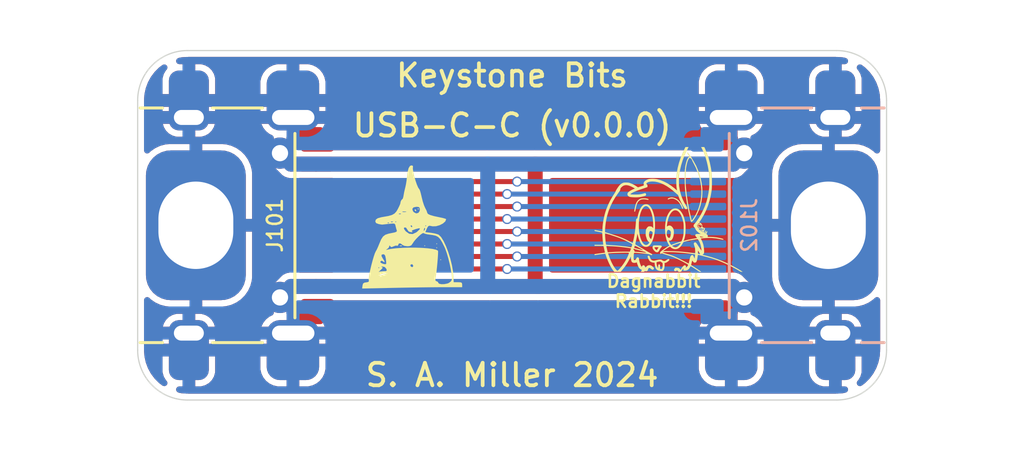
<source format=kicad_pcb>
(kicad_pcb (version 20211014) (generator pcbnew)
  (title_block (title "Keystone Bits") (date "2024") (rev "0.0.0") (company "S. A. Miller") (comment 1 "USB-C-C"))
  (layers (0 "F.Cu" signal) (31 "B.Cu" signal) (34 "B.Paste" user) (35 "F.Paste" user) (36 "B.SilkS" user "B.Silkscreen") (37 "F.SilkS" user "F.Silkscreen") (38 "B.Mask" user) (39 "F.Mask" user) (44 "Edge.Cuts" user))
  (net 0 "")
  (net 1 "GND")
  (net 2 "Vbus")
  (net 3 "CC1")
  (net 4 "CC2")
  (net 5 "UDa+")
  (net 6 "UDa-")
  (net 7 "UDb+")
  (net 8 "UDb-")
  (net 9 "SBU1")
  (net 10 "SBU2")
  (footprint "tinker:DagNabbit" (layer "F.Cu") (at 106 100)
    (fp_text reference "REF**" hide)
    (fp_text value "DagNabbit" hide)
    (fp_text user "Dagnabbit\nRabbit!!!" (at -0.331667 2.64) (layer "F.SilkS") (effects (font (size 0.5 0.5) (thickness 0.1))))
  )
  (footprint "tinker:USB_C(sd)" (layer "F.Cu") (at 85 100 -90)
    (fp_text reference "J101" (at 0 -5.5 -90) (layer "F.SilkS") (effects (font (size 0.6 0.6) (thickness 0.1))))
    (fp_text value "USB_C_Receptacle" hide)
    (pad "1" smd roundrect (at 2.45 -7.146368 270) (size 0.6 1.45) (layers "F.Cu" "F.Paste" "F.Mask") (net 2 "Vbus"))
    (pad "1" thru_hole circle (at -2.89 -5.701368 270) (size 1.25 1.25) (drill 0.65) (layers *.Cu) (remove_unused_layers) (net 2 "Vbus"))
    (pad "1" smd roundrect (at -2.45 -7.146368 270) (size 0.6 1.45) (layers "F.Cu" "F.Paste" "F.Mask") (net 2 "Vbus"))
    (pad "1" thru_hole circle (at 2.89 -5.701368 270) (size 1.25 1.25) (drill 0.65) (layers *.Cu) (remove_unused_layers) (net 2 "Vbus"))
    (pad "4" smd roundrect (at 3.706572 -6.825 270) (size 0.8 0.6) (layers "F.Cu" "F.Paste") (net 1 "GND"))
    (pad "4" smd roundrect (at -3.25 -7.2 270) (size 0.6 1.35) (layers "F.Cu" "F.Paste" "F.Mask") (net 1 "GND"))
    (pad "4" smd roundrect (at 3.25 -7.2 270) (size 0.6 1.35) (layers "F.Cu" "F.Paste" "F.Mask") (net 1 "GND"))
    (pad "4" smd roundrect (at -3.678785 -6.825 270) (size 0.8 0.6) (layers "F.Cu" "F.Paste") (net 1 "GND"))
    (pad "5" thru_hole oval (at -4.32 -2.051368 270) (size 1 1.6) (drill oval 0.6 1.2) (layers *.Cu *.Mask) (net 1 "GND"))
    (pad "5" smd roundrect (at 5 -2.051368 270) (size 2.4 1.6) (layers "F.Cu" "F.Paste" "F.Mask") (net 1 "GND"))
    (pad "5" thru_hole roundrect (at 0 -2.331368 90) (size 6 4) (drill oval 3.5 3) (layers *.Cu *.Mask) (net 1 "GND"))
    (pad "5" thru_hole oval (at 4.32 -6.231368 270) (size 1 2.1) (drill oval 0.6 1.7) (layers *.Cu *.Mask) (net 1 "GND"))
    (pad "5" thru_hole oval (at 4.32 -2.051368 270) (size 1 1.6) (drill oval 0.6 1.2) (layers *.Cu *.Mask) (net 1 "GND"))
    (pad "5" smd roundrect (at 5 -6.219573 270) (size 2.4 2.1) (layers "B.Cu" "B.Paste" "B.Mask") (net 1 "GND"))
    (pad "5" smd roundrect (at -5 -2.051368 270) (size 2.4 1.6) (layers "B.Cu" "B.Paste" "B.Mask") (net 1 "GND"))
    (pad "5" smd roundrect (at 5 -2.051368 270) (size 2.4 1.6) (layers "B.Cu" "B.Paste" "B.Mask") (net 1 "GND"))
    (pad "5" thru_hole oval (at -4.32 -6.231368 270) (size 1 2.1) (drill oval 0.6 1.7) (layers *.Cu *.Mask) (net 1 "GND"))
    (pad "5" smd roundrect (at -5 -6.219573 270) (size 2.4 2.1) (layers "F.Cu" "F.Paste" "F.Mask") (net 1 "GND"))
    (pad "5" smd roundrect (at 5 -6.219573 270) (size 2.4 2.1) (layers "F.Cu" "F.Paste" "F.Mask") (net 1 "GND"))
    (pad "5" smd roundrect (at -5 -6.219573 270) (size 2.4 2.1) (layers "B.Cu" "B.Paste" "B.Mask") (net 1 "GND"))
    (pad "5" smd roundrect (at -5 -2.051368 270) (size 2.4 1.6) (layers "F.Cu" "F.Paste" "F.Mask") (net 1 "GND"))
    (pad "A2" smd roundrect (at 0.25 -7.146368 270) (size 0.3 1.45) (layers "F.Cu" "F.Paste" "F.Mask") (net 6 "UDa-"))
    (pad "A3" smd roundrect (at -0.25 -7.146368 270) (size 0.3 1.45) (layers "F.Cu" "F.Paste" "F.Mask") (net 5 "UDa+"))
    (pad "A5" smd roundrect (at -1.25 -7.146368 270) (size 0.3 1.45) (layers "F.Cu" "F.Paste" "F.Mask") (net 3 "CC1"))
    (pad "A8" smd roundrect (at 1.25 -7.146368 270) (size 0.3 1.45) (layers "F.Cu" "F.Paste" "F.Mask") (net 9 "SBU1"))
    (pad "B2" smd roundrect (at -0.75 -7.146368 270) (size 0.3 1.45) (layers "F.Cu" "F.Paste" "F.Mask") (net 8 "UDb-"))
    (pad "B3" smd roundrect (at 0.75 -7.146368 270) (size 0.3 1.45) (layers "F.Cu" "F.Paste" "F.Mask") (net 7 "UDb+"))
    (pad "B5" smd roundrect (at 1.75 -7.146368 270) (size 0.3 1.45) (layers "F.Cu" "F.Paste" "F.Mask") (net 4 "CC2"))
    (pad "B8" smd roundrect (at -1.75 -7.146368 270) (size 0.3 1.45) (layers "F.Cu" "F.Paste" "F.Mask") (net 10 "SBU2"))
  )
  (footprint "tinker:NerdMage" (layer "F.Cu") (at 96 100)
    (fp_text reference "G***" hide)
    (fp_text value "LOGO" hide)
  )
  (footprint "tinker:USB_C(sd)" (layer "B.Cu") (at 115 100 -90)
    (fp_text reference "J102" (at 0 5.5 90) (layer "B.SilkS") (effects (font (size 0.6 0.6) (thickness 0.1)) (justify mirror)))
    (fp_text value "USB_C_Receptacle" hide)
    (pad "1" smd roundrect (at 2.45 7.146368 270) (size 0.6 1.45) (layers "B.Cu" "B.Paste" "B.Mask") (net 2 "Vbus"))
    (pad "1" thru_hole circle (at -2.89 5.701368 270) (size 1.25 1.25) (drill 0.65) (layers *.Cu) (remove_unused_layers) (net 2 "Vbus"))
    (pad "1" smd roundrect (at -2.45 7.146368 270) (size 0.6 1.45) (layers "B.Cu" "B.Paste" "B.Mask") (net 2 "Vbus"))
    (pad "1" thru_hole circle (at 2.89 5.701368 270) (size 1.25 1.25) (drill 0.65) (layers *.Cu) (remove_unused_layers) (net 2 "Vbus"))
    (pad "4" smd roundrect (at -3.25 7.2 270) (size 0.6 1.35) (layers "B.Cu" "B.Paste" "B.Mask") (net 1 "GND"))
    (pad "4" smd roundrect (at -3.678785 6.825 270) (size 0.8 0.6) (layers "B.Cu" "B.Paste") (net 1 "GND"))
    (pad "4" smd roundrect (at 3.706572 6.825 270) (size 0.8 0.6) (layers "B.Cu" "B.Paste") (net 1 "GND"))
    (pad "4" smd roundrect (at 3.25 7.2 270) (size 0.6 1.35) (layers "B.Cu" "B.Paste" "B.Mask") (net 1 "GND"))
    (pad "5" smd roundrect (at -5 6.219573 270) (size 2.4 2.1) (layers "B.Cu" "B.Paste" "B.Mask") (net 1 "GND"))
    (pad "5" smd roundrect (at 5 6.219573 270) (size 2.4 2.1) (layers "B.Cu" "B.Paste" "B.Mask") (net 1 "GND"))
    (pad "5" thru_hole oval (at 4.32 2.051368 270) (size 1 1.6) (drill oval 0.6 1.2) (layers *.Cu *.Mask) (net 1 "GND"))
    (pad "5" smd roundrect (at 5 6.219573 270) (size 2.4 2.1) (layers "F.Cu" "F.Paste" "F.Mask") (net 1 "GND"))
    (pad "5" smd roundrect (at 5 2.051368 270) (size 2.4 1.6) (layers "F.Cu" "F.Paste" "F.Mask") (net 1 "GND"))
    (pad "5" smd roundrect (at -5 2.051368 270) (size 2.4 1.6) (layers "B.Cu" "B.Paste" "B.Mask") (net 1 "GND"))
    (pad "5" thru_hole roundrect (at 0 2.331368 90) (size 6 4) (drill oval 3.5 3) (layers *.Cu *.Mask) (net 1 "GND"))
    (pad "5" thru_hole oval (at -4.32 6.231368 270) (size 1 2.1) (drill oval 0.6 1.7) (layers *.Cu *.Mask) (net 1 "GND"))
    (pad "5" thru_hole oval (at -4.32 2.051368 270) (size 1 1.6) (drill oval 0.6 1.2) (layers *.Cu *.Mask) (net 1 "GND"))
    (pad "5" smd roundrect (at -5 6.219573 270) (size 2.4 2.1) (layers "F.Cu" "F.Paste" "F.Mask") (net 1 "GND"))
    (pad "5" smd roundrect (at -5 2.051368 270) (size 2.4 1.6) (layers "F.Cu" "F.Paste" "F.Mask") (net 1 "GND"))
    (pad "5" thru_hole oval (at 4.32 6.231368 270) (size 1 2.1) (drill oval 0.6 1.7) (layers *.Cu *.Mask) (net 1 "GND"))
    (pad "5" smd roundrect (at 5 2.051368 270) (size 2.4 1.6) (layers "B.Cu" "B.Paste" "B.Mask") (net 1 "GND"))
    (pad "A2" smd roundrect (at 0.25 7.146368 270) (size 0.3 1.45) (layers "B.Cu" "B.Paste" "B.Mask") (net 6 "UDa-"))
    (pad "A3" smd roundrect (at -0.25 7.146368 270) (size 0.3 1.45) (layers "B.Cu" "B.Paste" "B.Mask") (net 5 "UDa+"))
    (pad "A5" smd roundrect (at -1.25 7.146368 270) (size 0.3 1.45) (layers "B.Cu" "B.Paste" "B.Mask") (net 3 "CC1"))
    (pad "A8" smd roundrect (at 1.25 7.146368 270) (size 0.3 1.45) (layers "B.Cu" "B.Paste" "B.Mask") (net 9 "SBU1"))
    (pad "B2" smd roundrect (at -0.75 7.146368 270) (size 0.3 1.45) (layers "B.Cu" "B.Paste" "B.Mask") (net 8 "UDb-"))
    (pad "B3" smd roundrect (at 0.75 7.146368 270) (size 0.3 1.45) (layers "B.Cu" "B.Paste" "B.Mask") (net 7 "UDb+"))
    (pad "B5" smd roundrect (at 1.75 7.146368 270) (size 0.3 1.45) (layers "B.Cu" "B.Paste" "B.Mask") (net 4 "CC2"))
    (pad "B8" smd roundrect (at -1.75 7.146368 270) (size 0.3 1.45) (layers "B.Cu" "B.Paste" "B.Mask") (net 10 "SBU2"))
  )
  (gr_line (start 87 107) (end 113 107) (layer "Edge.Cuts") (width 0.05))
  (gr_arc (start 85 95) (mid 85.585786 93.585786) (end 87 93) (layer "Edge.Cuts") (width 0.05))
  (gr_line (start 113 93) (end 87 93) (layer "Edge.Cuts") (width 0.05))
  (gr_arc (start 115 105) (mid 114.414214 106.414214) (end 113 107) (layer "Edge.Cuts") (width 0.05))
  (gr_line (start 115 105) (end 115 95) (layer "Edge.Cuts") (width 0.05))
  (gr_arc (start 87 107) (mid 85.585786 106.414214) (end 85 105) (layer "Edge.Cuts") (width 0.05))
  (gr_arc (start 113 93) (mid 114.414214 93.585786) (end 115 95) (layer "Edge.Cuts") (width 0.05))
  (gr_line (start 85 95) (end 85 105) (layer "Edge.Cuts") (width 0.05))
  (gr_text "${COMMENT1} (v${REVISION})" (at 100 96) (layer "F.SilkS") (effects (font (size 0.9 0.9))))
  (gr_text "${TITLE}" (at 100 94) (layer "F.SilkS") (effects (font (size 0.9 0.9))))
  (gr_text "${COMPANY} ${ISSUE_DATE}" (at 100 106) (layer "F.SilkS") (effects (font (size 0.9 0.9))))
  (segment (start 100.9256 97.55) (end 108.858632 97.55) (width 0.6) (layer "F.Cu") (net 2))
  (segment (start 101.0276 102.45) (end 108.858632 102.45) (width 0.6) (layer "F.Cu") (net 2))
  (segment (start 108.858632 102.45) (end 109.298632 102.89) (width 0.6) (layer "F.Cu") (net 2))
  (segment (start 92.146368 102.45) (end 91.141368 102.45) (width 0.6) (layer "F.Cu") (net 2))
  (segment (start 92.146368 97.55) (end 91.141368 97.55) (width 0.6) (layer "F.Cu") (net 2))
  (segment (start 108.858632 97.55) (end 109.298632 97.11) (width 0.6) (layer "F.Cu") (net 2))
  (segment (start 92.146368 97.55) (end 100.9256 97.55) (width 0.6) (layer "F.Cu") (net 2))
  (segment (start 91.141368 102.45) (end 90.701368 102.89) (width 0.6) (layer "F.Cu") (net 2))
  (segment (start 92.146368 102.45) (end 101.0276 102.45) (width 0.6) (layer "F.Cu") (net 2))
  (segment (start 100.9256 102.348) (end 101.0276 102.45) (width 0.6) (layer "F.Cu") (net 2))
  (segment (start 91.141368 97.55) (end 90.701368 97.11) (width 0.6) (layer "F.Cu") (net 2))
  (segment (start 100.9256 97.55) (end 100.9256 102.348) (width 0.6) (layer "F.Cu") (net 2))
  (segment (start 107.96 97.55) (end 99.0232 97.55) (width 0.6) (layer "B.Cu") (net 2))
  (segment (start 108.858632 102.45) (end 109.298632 102.89) (width 0.6) (layer "B.Cu") (net 2))
  (segment (start 107.853632 97.55) (end 108.858632 97.55) (width 0.6) (layer "B.Cu") (net 2))
  (segment (start 107.96 102.45) (end 99.0972 102.45) (width 0.6) (layer "B.Cu") (net 2))
  (segment (start 107.853632 102.45) (end 108.858632 102.45) (width 0.6) (layer "B.Cu") (net 2))
  (segment (start 99.0232 97.55) (end 99.0232 102.376) (width 0.6) (layer "B.Cu") (net 2))
  (segment (start 99.0972 102.45) (end 91.141368 102.45) (width 0.6) (layer "B.Cu") (net 2))
  (segment (start 99.0232 102.376) (end 99.0972 102.45) (width 0.6) (layer "B.Cu") (net 2))
  (segment (start 108.858632 97.55) (end 109.298632 97.11) (width 0.6) (layer "B.Cu") (net 2))
  (segment (start 99.0232 97.55) (end 91.141368 97.55) (width 0.6) (layer "B.Cu") (net 2))
  (segment (start 91.141368 102.45) (end 90.701368 102.89) (width 0.6) (layer "B.Cu") (net 2))
  (segment (start 91.141368 97.55) (end 90.701368 97.11) (width 0.6) (layer "B.Cu") (net 2))
  (segment (start 99.8 98.75) (end 92.146368 98.75) (width 0.2) (layer "F.Cu") (net 3))
  (via (at 99.8 98.75) (size 0.4) (drill 0.3) (layers "F.Cu" "B.Cu") (net 3))
  (segment (start 107.853632 98.75) (end 99.8 98.75) (width 0.2) (layer "B.Cu") (net 3))
  (segment (start 92.146368 101.75) (end 99.8 101.75) (width 0.2) (layer "F.Cu") (net 4))
  (via (at 99.8 101.75) (size 0.4) (drill 0.3) (layers "F.Cu" "B.Cu") (net 4))
  (segment (start 107.853632 101.75) (end 99.8 101.75) (width 0.2) (layer "B.Cu") (net 4))
  (segment (start 92.146368 99.75) (end 99.8 99.75) (width 0.2) (layer "F.Cu") (net 5))
  (via (at 99.8 99.75) (size 0.4) (drill 0.3) (layers "F.Cu" "B.Cu") (net 5))
  (segment (start 107.853632 99.75) (end 99.8 99.75) (width 0.2) (layer "B.Cu") (net 5))
  (segment (start 92.146368 100.25) (end 100.2 100.25) (width 0.2) (layer "F.Cu") (net 6))
  (via (at 100.2 100.25) (size 0.4) (drill 0.3) (layers "F.Cu" "B.Cu") (net 6))
  (segment (start 100.2 100.25) (end 107.853632 100.25) (width 0.2) (layer "B.Cu") (net 6))
  (segment (start 99.8 100.75) (end 92.146368 100.75) (width 0.2) (layer "F.Cu") (net 7))
  (via (at 99.8 100.75) (size 0.4) (drill 0.3) (layers "F.Cu" "B.Cu") (net 7))
  (segment (start 107.853632 100.75) (end 99.8 100.75) (width 0.2) (layer "B.Cu") (net 7))
  (segment (start 92.146368 99.25) (end 100.2 99.25) (width 0.2) (layer "F.Cu") (net 8))
  (via (at 100.2 99.25) (size 0.4) (drill 0.3) (layers "F.Cu" "B.Cu") (net 8))
  (segment (start 100.2 99.25) (end 107.853632 99.25) (width 0.2) (layer "B.Cu") (net 8))
  (segment (start 92.146368 101.25) (end 100.2 101.25) (width 0.2) (layer "F.Cu") (net 9))
  (via (at 100.2 101.25) (size 0.4) (drill 0.3) (layers "F.Cu" "B.Cu") (net 9))
  (segment (start 100.2 101.25) (end 107.853632 101.25) (width 0.2) (layer "B.Cu") (net 9))
  (segment (start 100.2 98.25) (end 92.146368 98.25) (width 0.2) (layer "F.Cu") (net 10))
  (via (at 100.2 98.25) (size 0.4) (drill 0.3) (layers "F.Cu" "B.Cu") (net 10))
  (segment (start 100.2 98.25) (end 107.853632 98.25) (width 0.2) (layer "B.Cu") (net 10))
  (zone (net 1) (net_name "GND") (layer "F.Cu") (connect_pads (clearance 0.254)) (min_thickness 0.254) (fill yes (thermal_gap 0.254) (thermal_bridge_width 0.508))
    (polygon (pts (xy 116.294311 108.959481) (xy 83.870853 108.958534) (xy 83.8708 90.9752) (xy 116.345058 90.976147)))
  )
  (zone (net 1) (net_name "GND") (layer "B.Cu") (connect_pads (clearance 0.254)) (min_thickness 0.254) (fill yes (thermal_gap 0.254) (thermal_bridge_width 0.508))
    (polygon (pts (xy 115.723176 108.500193) (xy 84.429553 108.50102) (xy 84.4296 91.534) (xy 115.672423 91.533173)))
  )
)
</source>
